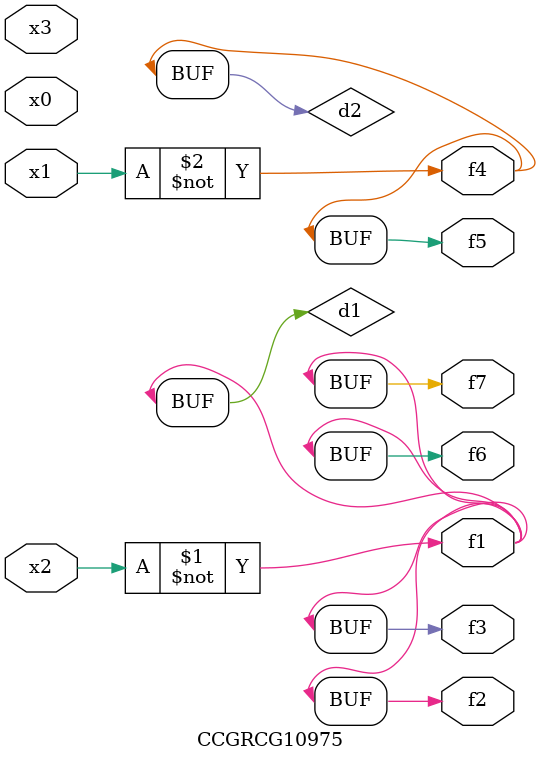
<source format=v>
module CCGRCG10975(
	input x0, x1, x2, x3,
	output f1, f2, f3, f4, f5, f6, f7
);

	wire d1, d2;

	xnor (d1, x2);
	not (d2, x1);
	assign f1 = d1;
	assign f2 = d1;
	assign f3 = d1;
	assign f4 = d2;
	assign f5 = d2;
	assign f6 = d1;
	assign f7 = d1;
endmodule

</source>
